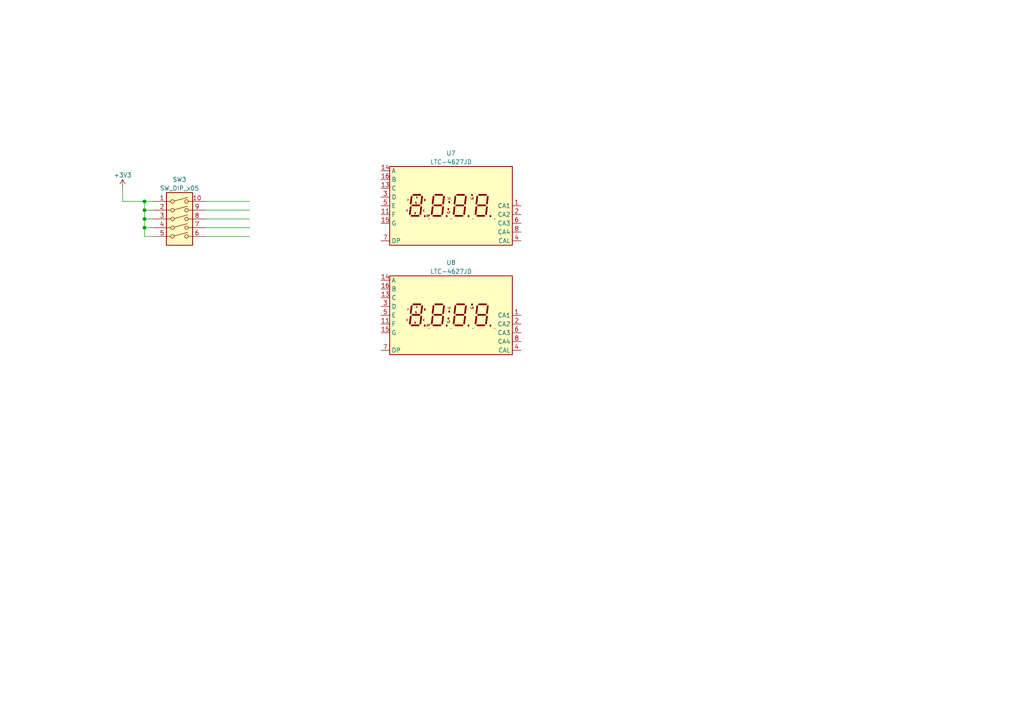
<source format=kicad_sch>
(kicad_sch (version 20230121) (generator eeschema)
  (paper "A4")
  (lib_symbols
    (symbol "Display_Character:LTC-4627JD"
      (property "Reference" "U" (at -17.78 12.7 0))
      (property "Value" "LTC-4627JD" (at 17.78 12.7 0))
      (symbol "LTC-4627JD_0_1"
        (rectangle (start -17.78 -11.43) (end 17.78 11.43) (stroke (width 0.254)) (fill (type background)))
        (rectangle (start -6.35 -3.81) (end -6.35 -3.81) (stroke (width 0.254)))
        (rectangle (start 0 -3.81) (end 0 -3.81) (stroke (width 0.254)))
        (polyline (pts (xy -6.35 -3.81) (xy -6.35 -3.81)) (stroke (width 0.254)))
        (polyline (pts (xy 0 -3.81) (xy 0 -3.81)) (stroke (width 0.254)))
        (polyline (pts (xy 6.35 -3.81) (xy 6.35 -3.81)) (stroke (width 0.254)))
        (polyline (pts (xy 12.7 -3.81) (xy 12.7 -3.81)) (stroke (width 0.254)))
        (rectangle (start 6.35 -3.81) (end 6.35 -3.81) (stroke (width 0.254)))
        (rectangle (start 12.7 -3.81) (end 12.7 -3.81) (stroke (width 0.254)))
      )
      (symbol "LTC-4627JD_1_0"
        (text "A" (at -9.906 2.413 0) (effects (font (size 0.508 0.508))))
        (text "B" (at -7.62 1.651 0) (effects (font (size 0.508 0.508))))
        (text "C" (at -7.874 -1.397 0) (effects (font (size 0.508 0.508))))
        (text "D" (at -10.414 -2.159 0) (effects (font (size 0.508 0.508))))
        (text "DP" (at -6.604 -2.921 0) (effects (font (size 0.508 0.508))))
        (text "E" (at -12.7 -1.397 0) (effects (font (size 0.508 0.508))))
        (text "F" (at -12.446 1.651 0) (effects (font (size 0.508 0.508))))
        (text "G" (at -10.16 0.889 0) (effects (font (size 0.508 0.508))))
        (text "L1" (at -0.508 2.159 0) (effects (font (size 0.508 0.508))))
        (text "L2" (at -0.762 -1.905 0) (effects (font (size 0.508 0.508))))
        (text "L3" (at 6.096 2.159 0) (effects (font (size 0.508 0.508))))
      )
      (symbol "LTC-4627JD_1_1"
        (polyline (pts (xy -11.684 -0.381) (xy -11.938 -2.413)) (stroke (width 0.508)))
        (polyline (pts (xy -11.43 -2.921) (xy -9.398 -2.921)) (stroke (width 0.508)))
        (polyline (pts (xy -11.43 2.667) (xy -11.684 0.635)) (stroke (width 0.508)))
        (polyline (pts (xy -11.176 0.127) (xy -9.144 0.127)) (stroke (width 0.508)))
        (polyline (pts (xy -10.922 3.175) (xy -8.89 3.175)) (stroke (width 0.508)))
        (polyline (pts (xy -8.636 -0.381) (xy -8.89 -2.413)) (stroke (width 0.508)))
        (polyline (pts (xy -8.382 2.667) (xy -8.636 0.635)) (stroke (width 0.508)))
        (polyline (pts (xy -7.62 -3.048) (xy -7.62 -2.921)) (stroke (width 0.508)))
        (polyline (pts (xy -5.334 -0.381) (xy -5.588 -2.413)) (stroke (width 0.508)))
        (polyline (pts (xy -5.08 -2.921) (xy -3.048 -2.921)) (stroke (width 0.508)))
        (polyline (pts (xy -5.08 2.667) (xy -5.334 0.635)) (stroke (width 0.508)))
        (polyline (pts (xy -4.826 0.127) (xy -2.794 0.127)) (stroke (width 0.508)))
        (polyline (pts (xy -4.572 3.175) (xy -2.54 3.175)) (stroke (width 0.508)))
        (polyline (pts (xy -2.286 -0.381) (xy -2.54 -2.413)) (stroke (width 0.508)))
        (polyline (pts (xy -2.032 2.667) (xy -2.286 0.635)) (stroke (width 0.508)))
        (polyline (pts (xy -1.27 -3.048) (xy -1.27 -2.921)) (stroke (width 0.508)))
        (polyline (pts (xy -0.762 -1.016) (xy -0.762 -0.889)) (stroke (width 0.508)))
        (polyline (pts (xy -0.508 1.016) (xy -0.508 1.143)) (stroke (width 0.508)))
        (polyline (pts (xy 1.016 -0.381) (xy 0.762 -2.413)) (stroke (width 0.508)))
        (polyline (pts (xy 1.27 -2.921) (xy 3.302 -2.921)) (stroke (width 0.508)))
        (polyline (pts (xy 1.27 2.667) (xy 1.016 0.635)) (stroke (width 0.508)))
        (polyline (pts (xy 1.524 0.127) (xy 3.556 0.127)) (stroke (width 0.508)))
        (polyline (pts (xy 1.778 3.175) (xy 3.81 3.175)) (stroke (width 0.508)))
        (polyline (pts (xy 4.064 -0.381) (xy 3.81 -2.413)) (stroke (width 0.508)))
        (polyline (pts (xy 4.318 2.667) (xy 4.064 0.635)) (stroke (width 0.508)))
        (polyline (pts (xy 5.08 -3.048) (xy 5.08 -2.921)) (stroke (width 0.508)))
        (polyline (pts (xy 6.096 3.048) (xy 6.096 3.175)) (stroke (width 0.508)))
        (polyline (pts (xy 7.366 -0.381) (xy 7.112 -2.413)) (stroke (width 0.508)))
        (polyline (pts (xy 7.62 -2.921) (xy 9.652 -2.921)) (stroke (width 0.508)))
        (polyline (pts (xy 7.62 2.667) (xy 7.366 0.635)) (stroke (width 0.508)))
        (polyline (pts (xy 7.874 0.127) (xy 9.906 0.127)) (stroke (width 0.508)))
        (polyline (pts (xy 8.128 3.175) (xy 10.16 3.175)) (stroke (width 0.508)))
        (polyline (pts (xy 10.414 -0.381) (xy 10.16 -2.413)) (stroke (width 0.508)))
        (polyline (pts (xy 10.668 2.667) (xy 10.414 0.635)) (stroke (width 0.508)))
        (polyline (pts (xy 11.43 -3.048) (xy 11.43 -2.921)) (stroke (width 0.508)))
        (pin input line (at 20.32 0 180) (length 2.54) (name "CA1") (number "1"))
        (pin input line (at -20.32 -2.54 0) (length 2.54) (name "F") (number "11"))
        (pin input line (at -20.32 5.08 0) (length 2.54) (name "C") (number "13"))
        (pin input line (at -20.32 10.16 0) (length 2.54) (name "A") (number "14"))
        (pin input line (at -20.32 -5.08 0) (length 2.54) (name "G") (number "15"))
        (pin input line (at -20.32 7.62 0) (length 2.54) (name "B") (number "16"))
        (pin input line (at 20.32 -2.54 180) (length 2.54) (name "CA2") (number "2"))
        (pin input line (at -20.32 2.54 0) (length 2.54) (name "D") (number "3"))
        (pin input line (at 20.32 -10.16 180) (length 2.54) (name "CAL") (number "4"))
        (pin input line (at -20.32 0 0) (length 2.54) (name "E") (number "5"))
        (pin input line (at 20.32 -5.08 180) (length 2.54) (name "CA3") (number "6"))
        (pin input line (at -20.32 -10.16 0) (length 2.54) (name "DP") (number "7"))
        (pin input line (at 20.32 -7.62 180) (length 2.54) (name "CA4") (number "8"))
        (pin no_connect line (at 17.78 7.62 180) (length 2.54) hide (name "NC") (number "9"))
      )
    )
    (symbol "Switch:SW_DIP_x05" (pin_names (offset 0) hide)
      (property "Reference" "SW" (at 0 8.89 0))
      (property "Value" "SW_DIP_x05" (at 0 -8.89 0))
      (symbol "SW_DIP_x05_0_0"
        (circle (center -2.032 -5.08) (radius 0.508))
        (circle (center -2.032 -2.54) (radius 0.508))
        (circle (center -2.032 0) (radius 0.508))
        (circle (center -2.032 2.54) (radius 0.508))
        (circle (center -2.032 5.08) (radius 0.508))
        (polyline (pts (xy -1.524 -4.9276) (xy 2.3622 -3.8862)))
        (polyline (pts (xy -1.524 -2.3876) (xy 2.3622 -1.3462)))
        (polyline (pts (xy -1.524 0.127) (xy 2.3622 1.1684)))
        (polyline (pts (xy -1.524 2.667) (xy 2.3622 3.7084)))
        (polyline (pts (xy -1.524 5.207) (xy 2.3622 6.2484)))
        (circle (center 2.032 -5.08) (radius 0.508))
        (circle (center 2.032 -2.54) (radius 0.508))
        (circle (center 2.032 0) (radius 0.508))
        (circle (center 2.032 2.54) (radius 0.508))
        (circle (center 2.032 5.08) (radius 0.508))
      )
      (symbol "SW_DIP_x05_0_1"
        (rectangle (start -3.81 7.62) (end 3.81 -7.62) (stroke (width 0.254)) (fill (type background)))
      )
      (symbol "SW_DIP_x05_1_1"
        (pin passive line (at -7.62 5.08 0) (length 5.08) (name "~") (number "1"))
        (pin passive line (at 7.62 5.08 180) (length 5.08) (name "~") (number "10"))
        (pin passive line (at -7.62 2.54 0) (length 5.08) (name "~") (number "2"))
        (pin passive line (at -7.62 0 0) (length 5.08) (name "~") (number "3"))
        (pin passive line (at -7.62 -2.54 0) (length 5.08) (name "~") (number "4"))
        (pin passive line (at -7.62 -5.08 0) (length 5.08) (name "~") (number "5"))
        (pin passive line (at 7.62 -5.08 180) (length 5.08) (name "~") (number "6"))
        (pin passive line (at 7.62 -2.54 180) (length 5.08) (name "~") (number "7"))
        (pin passive line (at 7.62 0 180) (length 5.08) (name "~") (number "8"))
        (pin passive line (at 7.62 2.54 180) (length 5.08) (name "~") (number "9"))
      )
    )
    (symbol "power:+3V3" (power) (pin_names (offset 0))
      (property "Value" "+3V3" (at 0 3.556 0))
      (symbol "+3V3_0_1"
        (polyline (pts (xy -0.762 1.27) (xy 0 2.54)))
        (polyline (pts (xy 0 0) (xy 0 2.54)))
        (polyline (pts (xy 0 2.54) (xy 0.762 1.27)))
      )
      (symbol "+3V3_1_1"
        (pin power_in line (at 0 0 90) (length 0) hide (name "+3V3") (number "1"))
      )
    )
  )
  (junction (at 41.91 58.42))
  (junction (at 41.91 66.04))
  (junction (at 41.91 63.5))
  (junction (at 41.91 60.96))
  (wire (pts (xy 35.56 54.61) (xy 35.56 58.42)))
  (wire (pts (xy 59.69 60.96) (xy 72.39 60.96)))
  (wire (pts (xy 41.91 68.58) (xy 44.45 68.58)))
  (wire (pts (xy 41.91 60.96) (xy 44.45 60.96)))
  (wire (pts (xy 41.91 66.04) (xy 41.91 68.58)))
  (wire (pts (xy 41.91 63.5) (xy 44.45 63.5)))
  (wire (pts (xy 41.91 66.04) (xy 44.45 66.04)))
  (wire (pts (xy 41.91 63.5) (xy 41.91 66.04)))
  (wire (pts (xy 59.69 63.5) (xy 72.39 63.5)))
  (wire (pts (xy 41.91 60.96) (xy 41.91 63.5)))
  (wire (pts (xy 59.69 66.04) (xy 72.39 66.04)))
  (wire (pts (xy 44.45 58.42) (xy 41.91 58.42)))
  (wire (pts (xy 59.69 58.42) (xy 72.39 58.42)))
  (wire (pts (xy 41.91 58.42) (xy 41.91 60.96)))
  (wire (pts (xy 41.91 58.42) (xy 35.56 58.42)))
  (wire (pts (xy 59.69 68.58) (xy 72.39 68.58)))
  (symbol (lib_id "Display_Character:LTC-4627JD") (at 130.81 59.69 0) (unit 1)
    (property "Reference" "U7" (at 130.81 44.45 0))
    (property "Value" "LTC-4627JD" (at 130.81 46.99 0))
    (property "Footprint" "Display_7Segment:LTC-4627Jx" (effects hide))
    (property "Datasheet" "http://optoelectronics.liteon.com/upload/download/DS30-2001-093/LTC-4627JD.pdf" (effects hide))
  )
  (symbol (lib_id "Display_Character:LTC-4627JD") (at 130.81 91.44 0) (unit 1)
    (property "Reference" "U8" (at 130.81 76.2 0))
    (property "Value" "LTC-4627JD" (at 130.81 78.74 0))
    (property "Footprint" "Display_7Segment:LTC-4627Jx" (effects hide))
    (property "Datasheet" "http://optoelectronics.liteon.com/upload/download/DS30-2001-093/LTC-4627JD.pdf" (effects hide))
  )
  (symbol (lib_id "Switch:SW_DIP_x05") (at 52.07 63.5 0) (unit 1)
    (property "Reference" "SW3" (at 52.07 52.07 0))
    (property "Value" "SW_DIP_x05" (at 52.07 54.61 0))
  )
  (symbol (lib_id "power:+3V3") (at 35.56 54.61 0) (unit 1)
    (property "Reference" "#PWR042" (effects hide))
    (property "Value" "+3V3" (at 35.56 50.8 0))
  )
)
</source>
